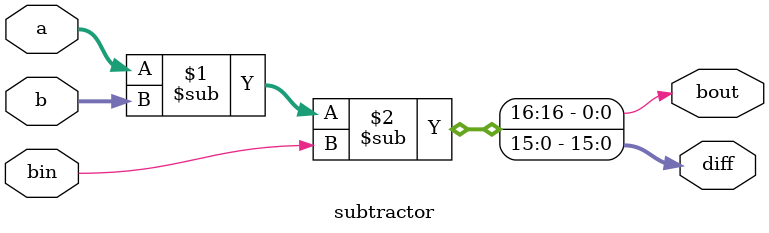
<source format=v>
module subtractor(
input [15:0] a,b,
input bin,
output [15:0] diff,
output bout
);

assign {bout, diff} = a-b-bin;
endmodule

</source>
